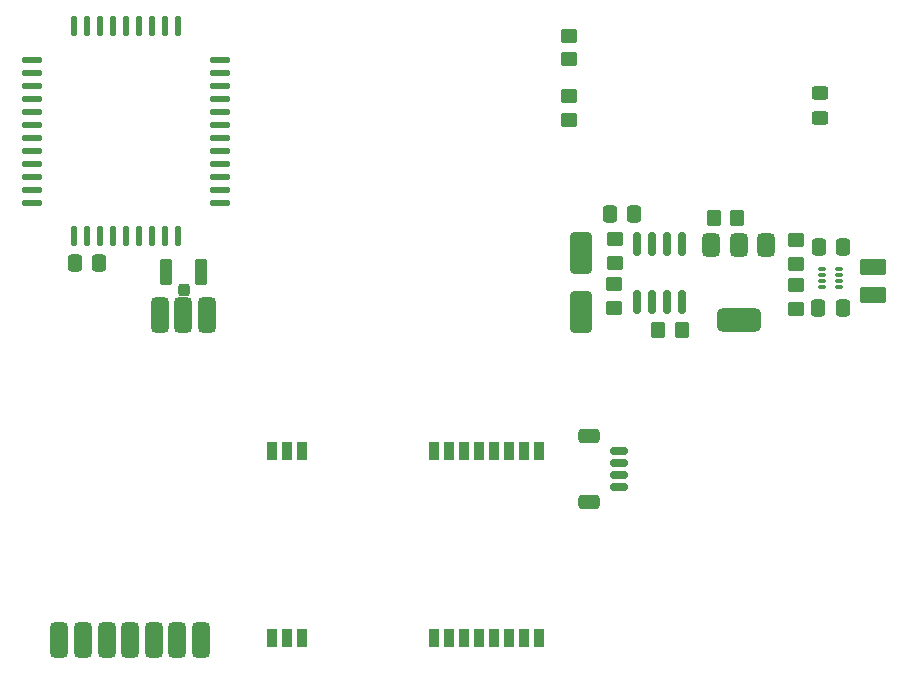
<source format=gbr>
%TF.GenerationSoftware,KiCad,Pcbnew,8.0.6*%
%TF.CreationDate,2025-01-11T15:36:53-06:00*%
%TF.ProjectId,babelfox,62616265-6c66-46f7-982e-6b696361645f,rev?*%
%TF.SameCoordinates,Original*%
%TF.FileFunction,Paste,Top*%
%TF.FilePolarity,Positive*%
%FSLAX46Y46*%
G04 Gerber Fmt 4.6, Leading zero omitted, Abs format (unit mm)*
G04 Created by KiCad (PCBNEW 8.0.6) date 2025-01-11 15:36:53*
%MOMM*%
%LPD*%
G01*
G04 APERTURE LIST*
G04 Aperture macros list*
%AMRoundRect*
0 Rectangle with rounded corners*
0 $1 Rounding radius*
0 $2 $3 $4 $5 $6 $7 $8 $9 X,Y pos of 4 corners*
0 Add a 4 corners polygon primitive as box body*
4,1,4,$2,$3,$4,$5,$6,$7,$8,$9,$2,$3,0*
0 Add four circle primitives for the rounded corners*
1,1,$1+$1,$2,$3*
1,1,$1+$1,$4,$5*
1,1,$1+$1,$6,$7*
1,1,$1+$1,$8,$9*
0 Add four rect primitives between the rounded corners*
20,1,$1+$1,$2,$3,$4,$5,0*
20,1,$1+$1,$4,$5,$6,$7,0*
20,1,$1+$1,$6,$7,$8,$9,0*
20,1,$1+$1,$8,$9,$2,$3,0*%
G04 Aperture macros list end*
%ADD10RoundRect,0.150000X0.625000X-0.150000X0.625000X0.150000X-0.625000X0.150000X-0.625000X-0.150000X0*%
%ADD11RoundRect,0.250000X0.650000X-0.350000X0.650000X0.350000X-0.650000X0.350000X-0.650000X-0.350000X0*%
%ADD12RoundRect,0.375000X-0.375000X0.625000X-0.375000X-0.625000X0.375000X-0.625000X0.375000X0.625000X0*%
%ADD13RoundRect,0.500000X-1.400000X0.500000X-1.400000X-0.500000X1.400000X-0.500000X1.400000X0.500000X0*%
%ADD14RoundRect,0.250000X0.337500X0.475000X-0.337500X0.475000X-0.337500X-0.475000X0.337500X-0.475000X0*%
%ADD15RoundRect,0.381000X0.381000X-1.119000X0.381000X1.119000X-0.381000X1.119000X-0.381000X-1.119000X0*%
%ADD16RoundRect,0.250000X0.450000X-0.350000X0.450000X0.350000X-0.450000X0.350000X-0.450000X-0.350000X0*%
%ADD17O,1.800000X0.550000*%
%ADD18O,0.550000X1.800000*%
%ADD19RoundRect,0.250000X-0.650000X1.500000X-0.650000X-1.500000X0.650000X-1.500000X0.650000X1.500000X0*%
%ADD20RoundRect,0.250000X-0.450000X0.350000X-0.450000X-0.350000X0.450000X-0.350000X0.450000X0.350000X0*%
%ADD21RoundRect,0.050000X0.285000X0.100000X-0.285000X0.100000X-0.285000X-0.100000X0.285000X-0.100000X0*%
%ADD22R,0.820000X1.600000*%
%ADD23RoundRect,0.250000X-0.337500X-0.475000X0.337500X-0.475000X0.337500X0.475000X-0.337500X0.475000X0*%
%ADD24RoundRect,0.250000X-0.450000X0.325000X-0.450000X-0.325000X0.450000X-0.325000X0.450000X0.325000X0*%
%ADD25RoundRect,0.250000X0.275000X-0.850000X0.275000X0.850000X-0.275000X0.850000X-0.275000X-0.850000X0*%
%ADD26RoundRect,0.250000X0.250000X-0.275000X0.250000X0.275000X-0.250000X0.275000X-0.250000X-0.275000X0*%
%ADD27RoundRect,0.250000X-0.350000X-0.450000X0.350000X-0.450000X0.350000X0.450000X-0.350000X0.450000X0*%
%ADD28RoundRect,0.150000X-0.150000X0.825000X-0.150000X-0.825000X0.150000X-0.825000X0.150000X0.825000X0*%
%ADD29RoundRect,0.250001X-0.849999X0.462499X-0.849999X-0.462499X0.849999X-0.462499X0.849999X0.462499X0*%
G04 APERTURE END LIST*
D10*
%TO.C,J4*%
X162712400Y-116944400D03*
X162712400Y-115944400D03*
X162712400Y-114944400D03*
X162712400Y-113944400D03*
D11*
X160187400Y-118244400D03*
X160187400Y-112644400D03*
%TD*%
D12*
%TO.C,Q1*%
X175121600Y-96519201D03*
X172821600Y-96519202D03*
X170521600Y-96519201D03*
D13*
X172821600Y-102819200D03*
%TD*%
D14*
%TO.C,C1*%
X179581900Y-101787901D03*
X181656900Y-101787901D03*
%TD*%
D15*
%TO.C,U5*%
X127812001Y-102455000D03*
X125812000Y-102455000D03*
X123812000Y-102454999D03*
X127312000Y-129955000D03*
X125312000Y-129955000D03*
X123312001Y-129955000D03*
X121312000Y-129955000D03*
X119312000Y-129954999D03*
X117312000Y-129955000D03*
X115311999Y-129955000D03*
%TD*%
D16*
%TO.C,R2*%
X177673000Y-96094800D03*
X177673000Y-98094800D03*
%TD*%
D17*
%TO.C,U3*%
X128924400Y-92906400D03*
X128924400Y-90706400D03*
X128924400Y-89606400D03*
X128924400Y-88506400D03*
X128924400Y-87406400D03*
X128924400Y-86306400D03*
X128924400Y-85206400D03*
X128924400Y-84106400D03*
X128924400Y-83006400D03*
X128924400Y-80806400D03*
X128924399Y-91806400D03*
X128924399Y-81906400D03*
D18*
X125374400Y-95756400D03*
X125374400Y-77956400D03*
X124274400Y-95756400D03*
X124274400Y-77956400D03*
X123174400Y-95756400D03*
X123174400Y-77956400D03*
X122074400Y-95756400D03*
X122074400Y-77956400D03*
X120974400Y-95756400D03*
X120974400Y-77956400D03*
X119874400Y-95756400D03*
X119874400Y-77956400D03*
X118774400Y-95756400D03*
X118774400Y-77956400D03*
X117674400Y-95756400D03*
X117674400Y-77956400D03*
X116574400Y-95756400D03*
X116574400Y-77956400D03*
D17*
X113024401Y-91806400D03*
X113024401Y-81906400D03*
X113024400Y-92906400D03*
X113024400Y-90706400D03*
X113024400Y-89606400D03*
X113024400Y-88506400D03*
X113024400Y-87406400D03*
X113024400Y-86306400D03*
X113024400Y-85206400D03*
X113024400Y-84106400D03*
X113024400Y-83006400D03*
X113024400Y-80806400D03*
%TD*%
D19*
%TO.C,D2*%
X159465851Y-102132551D03*
X159465851Y-97132551D03*
%TD*%
D20*
%TO.C,R9*%
X158496000Y-80772000D03*
X158496000Y-78772000D03*
%TD*%
D14*
%TO.C,C7*%
X161903500Y-93887401D03*
X163978500Y-93887401D03*
%TD*%
D21*
%TO.C,U1*%
X179857401Y-100042601D03*
X179857401Y-99542601D03*
X179857401Y-99042601D03*
X179857401Y-98542601D03*
X181337401Y-98542601D03*
X181337401Y-99042601D03*
X181337401Y-99542601D03*
X181337401Y-100042601D03*
%TD*%
D14*
%TO.C,C8*%
X179632700Y-96646301D03*
X181707700Y-96646301D03*
%TD*%
D22*
%TO.C,U4*%
X155956000Y-113943200D03*
X154686000Y-113943200D03*
X153416000Y-113943200D03*
X152146000Y-113943200D03*
X150876000Y-113943200D03*
X149606000Y-113943200D03*
X148336000Y-113943200D03*
X147066000Y-113943200D03*
X135896000Y-113943200D03*
X134626000Y-113943200D03*
X133356000Y-113943200D03*
X133356000Y-129743200D03*
X134626000Y-129743200D03*
X135896000Y-129743200D03*
X147066000Y-129743200D03*
X148336000Y-129743200D03*
X149606000Y-129743200D03*
X150876000Y-129743200D03*
X152146000Y-129743200D03*
X153416000Y-129743200D03*
X154686000Y-129743200D03*
X155956000Y-129743200D03*
%TD*%
D23*
%TO.C,C4*%
X118690300Y-97993200D03*
X116615300Y-97993200D03*
%TD*%
D24*
%TO.C,D3*%
X179679600Y-85699199D03*
X179679600Y-83649201D03*
%TD*%
D20*
%TO.C,R5*%
X162306001Y-101837600D03*
X162306001Y-99837600D03*
%TD*%
D25*
%TO.C,J9*%
X127306600Y-98765800D03*
X124356600Y-98765800D03*
D26*
X125831600Y-100290800D03*
%TD*%
D27*
%TO.C,R6*%
X168019051Y-103696551D03*
X166019051Y-103696551D03*
%TD*%
D20*
%TO.C,R4*%
X162331400Y-97986201D03*
X162331400Y-95986201D03*
%TD*%
D28*
%TO.C,U9*%
X168046400Y-101356802D03*
X166776400Y-101356802D03*
X165506400Y-101356802D03*
X164236400Y-101356802D03*
X164236400Y-96406802D03*
X165506400Y-96406802D03*
X166776400Y-96406802D03*
X168046400Y-96406802D03*
%TD*%
D27*
%TO.C,R3*%
X172729400Y-94192201D03*
X170729400Y-94192201D03*
%TD*%
D29*
%TO.C,L1*%
X184175400Y-100721101D03*
X184175400Y-98396099D03*
%TD*%
D20*
%TO.C,R8*%
X158496000Y-85886800D03*
X158496000Y-83886800D03*
%TD*%
D16*
%TO.C,R1*%
X177673000Y-99904800D03*
X177673000Y-101904800D03*
%TD*%
M02*

</source>
